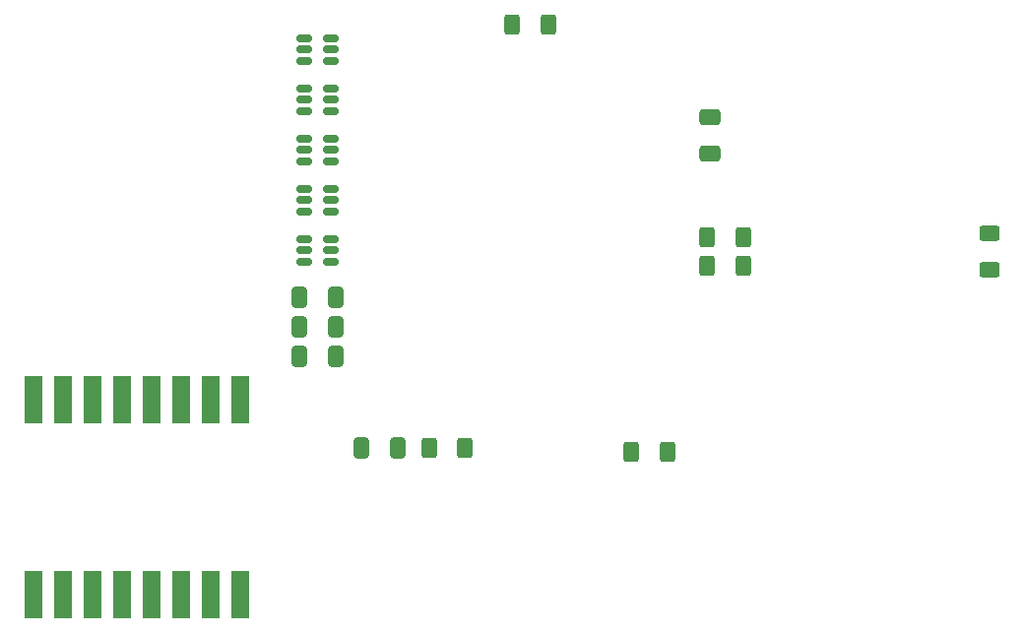
<source format=gtp>
G04 #@! TF.GenerationSoftware,KiCad,Pcbnew,9.0.5*
G04 #@! TF.CreationDate,2025-10-24T02:47:50+02:00*
G04 #@! TF.ProjectId,ESPHomeModule,45535048-6f6d-4654-9d6f-64756c652e6b,V1.0*
G04 #@! TF.SameCoordinates,Original*
G04 #@! TF.FileFunction,Paste,Top*
G04 #@! TF.FilePolarity,Positive*
%FSLAX46Y46*%
G04 Gerber Fmt 4.6, Leading zero omitted, Abs format (unit mm)*
G04 Created by KiCad (PCBNEW 9.0.5) date 2025-10-24 02:47:50*
%MOMM*%
%LPD*%
G01*
G04 APERTURE LIST*
G04 Aperture macros list*
%AMRoundRect*
0 Rectangle with rounded corners*
0 $1 Rounding radius*
0 $2 $3 $4 $5 $6 $7 $8 $9 X,Y pos of 4 corners*
0 Add a 4 corners polygon primitive as box body*
4,1,4,$2,$3,$4,$5,$6,$7,$8,$9,$2,$3,0*
0 Add four circle primitives for the rounded corners*
1,1,$1+$1,$2,$3*
1,1,$1+$1,$4,$5*
1,1,$1+$1,$6,$7*
1,1,$1+$1,$8,$9*
0 Add four rect primitives between the rounded corners*
20,1,$1+$1,$2,$3,$4,$5,0*
20,1,$1+$1,$4,$5,$6,$7,0*
20,1,$1+$1,$6,$7,$8,$9,0*
20,1,$1+$1,$8,$9,$2,$3,0*%
G04 Aperture macros list end*
%ADD10RoundRect,0.250000X-0.400000X-0.625000X0.400000X-0.625000X0.400000X0.625000X-0.400000X0.625000X0*%
%ADD11RoundRect,0.250000X0.400000X0.625000X-0.400000X0.625000X-0.400000X-0.625000X0.400000X-0.625000X0*%
%ADD12RoundRect,0.250000X-0.412500X-0.650000X0.412500X-0.650000X0.412500X0.650000X-0.412500X0.650000X0*%
%ADD13RoundRect,0.150000X0.512500X0.150000X-0.512500X0.150000X-0.512500X-0.150000X0.512500X-0.150000X0*%
%ADD14R,1.524000X4.025000*%
%ADD15RoundRect,0.250000X0.412500X0.650000X-0.412500X0.650000X-0.412500X-0.650000X0.412500X-0.650000X0*%
%ADD16RoundRect,0.250000X0.650000X-0.412500X0.650000X0.412500X-0.650000X0.412500X-0.650000X-0.412500X0*%
%ADD17RoundRect,0.250000X-0.625000X0.400000X-0.625000X-0.400000X0.625000X-0.400000X0.625000X0.400000X0*%
G04 APERTURE END LIST*
D10*
X158150000Y-94200000D03*
X161250000Y-94200000D03*
D11*
X151050000Y-57500000D03*
X147950000Y-57500000D03*
D12*
X129599500Y-80948000D03*
X132724500Y-80948000D03*
X129599500Y-86028000D03*
X132724500Y-86028000D03*
D13*
X132299500Y-64880000D03*
X132299500Y-63930000D03*
X132299500Y-62980000D03*
X130024500Y-62980000D03*
X130024500Y-63930000D03*
X130024500Y-64880000D03*
D10*
X164700000Y-78250000D03*
X167800000Y-78250000D03*
D12*
X129599500Y-83488000D03*
X132724500Y-83488000D03*
D10*
X164700000Y-75750000D03*
X167800000Y-75750000D03*
X140788000Y-93902000D03*
X143888000Y-93902000D03*
D13*
X132299500Y-60562000D03*
X132299500Y-59612000D03*
X132299500Y-58662000D03*
X130024500Y-58662000D03*
X130024500Y-59612000D03*
X130024500Y-60562000D03*
D14*
X124530000Y-89718000D03*
X121990000Y-89718000D03*
X119450000Y-89718000D03*
X116910000Y-89718000D03*
X111830000Y-89718000D03*
X114370000Y-89718000D03*
X106744000Y-106482000D03*
X106750000Y-89718000D03*
X109284000Y-106482000D03*
X111824000Y-106482000D03*
X114364000Y-106482000D03*
X116904000Y-106482000D03*
X119444000Y-106482000D03*
X121984000Y-106482000D03*
X124524000Y-106482000D03*
X109290000Y-89718000D03*
D13*
X132299500Y-69198000D03*
X132299500Y-68248000D03*
X132299500Y-67298000D03*
X130024500Y-67298000D03*
X130024500Y-68248000D03*
X130024500Y-69198000D03*
X132299500Y-77834000D03*
X132299500Y-76884000D03*
X132299500Y-75934000D03*
X130024500Y-75934000D03*
X130024500Y-76884000D03*
X130024500Y-77834000D03*
X132299500Y-73516000D03*
X132299500Y-72566000D03*
X132299500Y-71616000D03*
X130024500Y-71616000D03*
X130024500Y-72566000D03*
X130024500Y-73516000D03*
D15*
X138058500Y-93902000D03*
X134933500Y-93902000D03*
D16*
X164944000Y-68540500D03*
X164944000Y-65415500D03*
D17*
X189000000Y-75450000D03*
X189000000Y-78550000D03*
M02*

</source>
